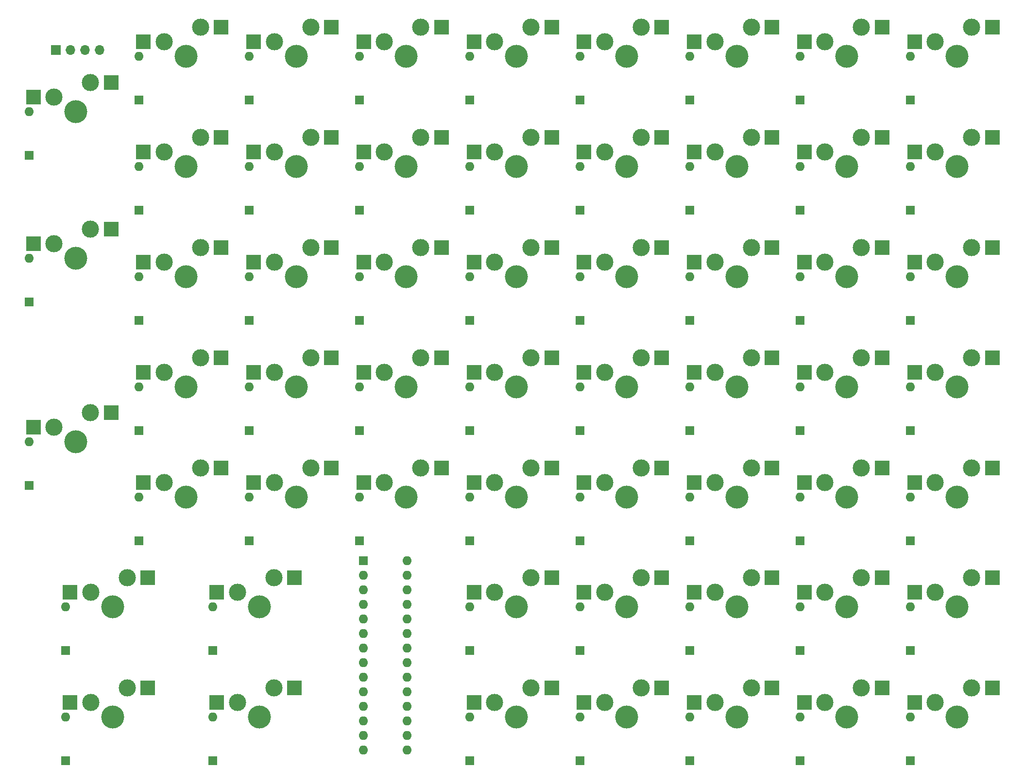
<source format=gbr>
%TF.GenerationSoftware,KiCad,Pcbnew,5.1.10-88a1d61d58~88~ubuntu20.04.1*%
%TF.CreationDate,2021-05-05T16:29:45+01:00*%
%TF.ProjectId,right_side,72696768-745f-4736-9964-652e6b696361,rev?*%
%TF.SameCoordinates,Original*%
%TF.FileFunction,Soldermask,Bot*%
%TF.FilePolarity,Negative*%
%FSLAX46Y46*%
G04 Gerber Fmt 4.6, Leading zero omitted, Abs format (unit mm)*
G04 Created by KiCad (PCBNEW 5.1.10-88a1d61d58~88~ubuntu20.04.1) date 2021-05-05 16:29:45*
%MOMM*%
%LPD*%
G01*
G04 APERTURE LIST*
%ADD10R,2.550000X2.500000*%
%ADD11C,3.000000*%
%ADD12C,4.000000*%
%ADD13O,1.600000X1.600000*%
%ADD14R,1.600000X1.600000*%
%ADD15O,1.700000X1.700000*%
%ADD16R,1.700000X1.700000*%
G04 APERTURE END LIST*
D10*
%TO.C,SW0x8*%
X21390000Y117740000D03*
X34940000Y120280000D03*
D11*
X24990000Y117740000D03*
X31340000Y120280000D03*
D12*
X28800000Y115200000D03*
%TD*%
D10*
%TO.C,SW6x12*%
X98190000Y2540000D03*
X111740000Y5080000D03*
D11*
X101790000Y2540000D03*
X108140000Y5080000D03*
D12*
X105600000Y0D03*
%TD*%
D13*
%TO.C,D0x7*%
X1440000Y105600000D03*
D14*
X1440000Y97980000D03*
%TD*%
D13*
%TO.C,D0x8*%
X20640000Y115200000D03*
D14*
X20640000Y107580000D03*
%TD*%
D13*
%TO.C,D0x9*%
X39840000Y115200000D03*
D14*
X39840000Y107580000D03*
%TD*%
D13*
%TO.C,D0x10*%
X59040000Y115200000D03*
D14*
X59040000Y107580000D03*
%TD*%
D13*
%TO.C,D0x11*%
X78240000Y115200000D03*
D14*
X78240000Y107580000D03*
%TD*%
D13*
%TO.C,D0x12*%
X97440000Y115200000D03*
D14*
X97440000Y107580000D03*
%TD*%
D13*
%TO.C,D0x13*%
X116640000Y115200000D03*
D14*
X116640000Y107580000D03*
%TD*%
D13*
%TO.C,D0x14*%
X135840000Y115200000D03*
D14*
X135840000Y107580000D03*
%TD*%
D13*
%TO.C,D0x15*%
X155040000Y115200000D03*
D14*
X155040000Y107580000D03*
%TD*%
D13*
%TO.C,D1x7*%
X1440000Y80000000D03*
D14*
X1440000Y72380000D03*
%TD*%
D13*
%TO.C,D1x8*%
X20640000Y96000000D03*
D14*
X20640000Y88380000D03*
%TD*%
D13*
%TO.C,D1x9*%
X39840000Y96000000D03*
D14*
X39840000Y88380000D03*
%TD*%
D13*
%TO.C,D1x10*%
X59040000Y96000000D03*
D14*
X59040000Y88380000D03*
%TD*%
D13*
%TO.C,D1x11*%
X78240000Y96000000D03*
D14*
X78240000Y88380000D03*
%TD*%
D13*
%TO.C,D1x12*%
X97440000Y96000000D03*
D14*
X97440000Y88380000D03*
%TD*%
D13*
%TO.C,D1x13*%
X116640000Y96000000D03*
D14*
X116640000Y88380000D03*
%TD*%
D13*
%TO.C,D1x14*%
X135840000Y96000000D03*
D14*
X135840000Y88380000D03*
%TD*%
D13*
%TO.C,D1x15*%
X155040000Y96000000D03*
D14*
X155040000Y88380000D03*
%TD*%
D13*
%TO.C,D2x7*%
X1440000Y48000000D03*
D14*
X1440000Y40380000D03*
%TD*%
D13*
%TO.C,D2x8*%
X20640000Y76800000D03*
D14*
X20640000Y69180000D03*
%TD*%
D13*
%TO.C,D2x9*%
X39840000Y76800000D03*
D14*
X39840000Y69180000D03*
%TD*%
D13*
%TO.C,D2x10*%
X59040000Y76800000D03*
D14*
X59040000Y69180000D03*
%TD*%
D13*
%TO.C,D2x11*%
X78240000Y76800000D03*
D14*
X78240000Y69180000D03*
%TD*%
D13*
%TO.C,D2x12*%
X97440000Y76800000D03*
D14*
X97440000Y69180000D03*
%TD*%
D13*
%TO.C,D2x13*%
X116640000Y76800000D03*
D14*
X116640000Y69180000D03*
%TD*%
D13*
%TO.C,D2x14*%
X135840000Y76800000D03*
D14*
X135840000Y69180000D03*
%TD*%
D13*
%TO.C,D2x15*%
X155040000Y76800000D03*
D14*
X155040000Y69180000D03*
%TD*%
D13*
%TO.C,D3x8*%
X20640000Y57600000D03*
D14*
X20640000Y49980000D03*
%TD*%
D13*
%TO.C,D3x9*%
X39840000Y57600000D03*
D14*
X39840000Y49980000D03*
%TD*%
D13*
%TO.C,D3x10*%
X59040000Y57600000D03*
D14*
X59040000Y49980000D03*
%TD*%
D13*
%TO.C,D3x11*%
X78240000Y57600000D03*
D14*
X78240000Y49980000D03*
%TD*%
D13*
%TO.C,D3x12*%
X97440000Y57600000D03*
D14*
X97440000Y49980000D03*
%TD*%
D13*
%TO.C,D3x13*%
X116640000Y57600000D03*
D14*
X116640000Y49980000D03*
%TD*%
D13*
%TO.C,D3x14*%
X135840000Y57600000D03*
D14*
X135840000Y49980000D03*
%TD*%
D13*
%TO.C,D3x15*%
X155040000Y57600000D03*
D14*
X155040000Y49980000D03*
%TD*%
D13*
%TO.C,D4x8*%
X20640000Y38400000D03*
D14*
X20640000Y30780000D03*
%TD*%
D13*
%TO.C,D4x9*%
X39840000Y38400000D03*
D14*
X39840000Y30780000D03*
%TD*%
D13*
%TO.C,D4x10*%
X59040000Y38400000D03*
D14*
X59040000Y30780000D03*
%TD*%
D13*
%TO.C,D4x11*%
X78240000Y38400000D03*
D14*
X78240000Y30780000D03*
%TD*%
D13*
%TO.C,D4x12*%
X97440000Y38400000D03*
D14*
X97440000Y30780000D03*
%TD*%
D13*
%TO.C,D4x13*%
X116640000Y38400000D03*
D14*
X116640000Y30780000D03*
%TD*%
D13*
%TO.C,D4x14*%
X135840000Y38400000D03*
D14*
X135840000Y30780000D03*
%TD*%
D13*
%TO.C,D4x15*%
X155040000Y38400000D03*
D14*
X155040000Y30780000D03*
%TD*%
D13*
%TO.C,D5x7*%
X7840000Y19200000D03*
D14*
X7840000Y11580000D03*
%TD*%
D13*
%TO.C,D5x9*%
X33440000Y19200000D03*
D14*
X33440000Y11580000D03*
%TD*%
D13*
%TO.C,D5x11*%
X78240000Y19200000D03*
D14*
X78240000Y11580000D03*
%TD*%
D13*
%TO.C,D5x12*%
X97440000Y19200000D03*
D14*
X97440000Y11580000D03*
%TD*%
D13*
%TO.C,D5x13*%
X116640000Y19200000D03*
D14*
X116640000Y11580000D03*
%TD*%
D13*
%TO.C,D5x14*%
X135840000Y19200000D03*
D14*
X135840000Y11580000D03*
%TD*%
D13*
%TO.C,D5x15*%
X155040000Y19200000D03*
D14*
X155040000Y11580000D03*
%TD*%
D13*
%TO.C,D6x7*%
X7840000Y0D03*
D14*
X7840000Y-7620000D03*
%TD*%
D13*
%TO.C,D6x9*%
X33440000Y0D03*
D14*
X33440000Y-7620000D03*
%TD*%
D13*
%TO.C,D6x11*%
X78240000Y0D03*
D14*
X78240000Y-7620000D03*
%TD*%
D13*
%TO.C,D6x12*%
X97440000Y0D03*
D14*
X97440000Y-7620000D03*
%TD*%
D13*
%TO.C,D6x13*%
X116640000Y0D03*
D14*
X116640000Y-7620000D03*
%TD*%
D13*
%TO.C,D6x14*%
X135840000Y0D03*
D14*
X135840000Y-7620000D03*
%TD*%
D13*
%TO.C,D6x15*%
X155040000Y0D03*
D14*
X155040000Y-7620000D03*
%TD*%
D15*
%TO.C,J1*%
X13716000Y116332000D03*
X11176000Y116332000D03*
X8636000Y116332000D03*
D16*
X6096000Y116332000D03*
%TD*%
D10*
%TO.C,SW0x7*%
X2190000Y108140000D03*
X15740000Y110680000D03*
D11*
X5790000Y108140000D03*
X12140000Y110680000D03*
D12*
X9600000Y105600000D03*
%TD*%
D10*
%TO.C,SW0x9*%
X40590000Y117740000D03*
X54140000Y120280000D03*
D11*
X44190000Y117740000D03*
X50540000Y120280000D03*
D12*
X48000000Y115200000D03*
%TD*%
D10*
%TO.C,SW0x10*%
X59790000Y117740000D03*
X73340000Y120280000D03*
D11*
X63390000Y117740000D03*
X69740000Y120280000D03*
D12*
X67200000Y115200000D03*
%TD*%
D10*
%TO.C,SW0x11*%
X78990000Y117740000D03*
X92540000Y120280000D03*
D11*
X82590000Y117740000D03*
X88940000Y120280000D03*
D12*
X86400000Y115200000D03*
%TD*%
D10*
%TO.C,SW0x12*%
X98190000Y117740000D03*
X111740000Y120280000D03*
D11*
X101790000Y117740000D03*
X108140000Y120280000D03*
D12*
X105600000Y115200000D03*
%TD*%
D10*
%TO.C,SW0x13*%
X117390000Y117740000D03*
X130940000Y120280000D03*
D11*
X120990000Y117740000D03*
X127340000Y120280000D03*
D12*
X124800000Y115200000D03*
%TD*%
D10*
%TO.C,SW0x14*%
X136590000Y117740000D03*
X150140000Y120280000D03*
D11*
X140190000Y117740000D03*
X146540000Y120280000D03*
D12*
X144000000Y115200000D03*
%TD*%
D10*
%TO.C,SW0x15*%
X155790000Y117740000D03*
X169340000Y120280000D03*
D11*
X159390000Y117740000D03*
X165740000Y120280000D03*
D12*
X163200000Y115200000D03*
%TD*%
D10*
%TO.C,SW1x7*%
X2190000Y82540000D03*
X15740000Y85080000D03*
D11*
X5790000Y82540000D03*
X12140000Y85080000D03*
D12*
X9600000Y80000000D03*
%TD*%
D10*
%TO.C,SW1x8*%
X21390000Y98540000D03*
X34940000Y101080000D03*
D11*
X24990000Y98540000D03*
X31340000Y101080000D03*
D12*
X28800000Y96000000D03*
%TD*%
D10*
%TO.C,SW1x9*%
X40590000Y98540000D03*
X54140000Y101080000D03*
D11*
X44190000Y98540000D03*
X50540000Y101080000D03*
D12*
X48000000Y96000000D03*
%TD*%
D10*
%TO.C,SW1x10*%
X59790000Y98540000D03*
X73340000Y101080000D03*
D11*
X63390000Y98540000D03*
X69740000Y101080000D03*
D12*
X67200000Y96000000D03*
%TD*%
D10*
%TO.C,SW1x11*%
X78990000Y98540000D03*
X92540000Y101080000D03*
D11*
X82590000Y98540000D03*
X88940000Y101080000D03*
D12*
X86400000Y96000000D03*
%TD*%
D10*
%TO.C,SW1x12*%
X98190000Y98540000D03*
X111740000Y101080000D03*
D11*
X101790000Y98540000D03*
X108140000Y101080000D03*
D12*
X105600000Y96000000D03*
%TD*%
D10*
%TO.C,SW1x13*%
X117390000Y98540000D03*
X130940000Y101080000D03*
D11*
X120990000Y98540000D03*
X127340000Y101080000D03*
D12*
X124800000Y96000000D03*
%TD*%
D10*
%TO.C,SW1x14*%
X136590000Y98540000D03*
X150140000Y101080000D03*
D11*
X140190000Y98540000D03*
X146540000Y101080000D03*
D12*
X144000000Y96000000D03*
%TD*%
D10*
%TO.C,SW1x15*%
X155790000Y98540000D03*
X169340000Y101080000D03*
D11*
X159390000Y98540000D03*
X165740000Y101080000D03*
D12*
X163200000Y96000000D03*
%TD*%
D10*
%TO.C,SW2x7*%
X2190000Y50540000D03*
X15740000Y53080000D03*
D11*
X5790000Y50540000D03*
X12140000Y53080000D03*
D12*
X9600000Y48000000D03*
%TD*%
D10*
%TO.C,SW2x8*%
X21390000Y79340000D03*
X34940000Y81880000D03*
D11*
X24990000Y79340000D03*
X31340000Y81880000D03*
D12*
X28800000Y76800000D03*
%TD*%
D10*
%TO.C,SW2x9*%
X40590000Y79340000D03*
X54140000Y81880000D03*
D11*
X44190000Y79340000D03*
X50540000Y81880000D03*
D12*
X48000000Y76800000D03*
%TD*%
D10*
%TO.C,SW2x10*%
X59790000Y79340000D03*
X73340000Y81880000D03*
D11*
X63390000Y79340000D03*
X69740000Y81880000D03*
D12*
X67200000Y76800000D03*
%TD*%
D10*
%TO.C,SW2x11*%
X78990000Y79340000D03*
X92540000Y81880000D03*
D11*
X82590000Y79340000D03*
X88940000Y81880000D03*
D12*
X86400000Y76800000D03*
%TD*%
D10*
%TO.C,SW2x12*%
X98190000Y79340000D03*
X111740000Y81880000D03*
D11*
X101790000Y79340000D03*
X108140000Y81880000D03*
D12*
X105600000Y76800000D03*
%TD*%
D10*
%TO.C,SW2x13*%
X117390000Y79340000D03*
X130940000Y81880000D03*
D11*
X120990000Y79340000D03*
X127340000Y81880000D03*
D12*
X124800000Y76800000D03*
%TD*%
D10*
%TO.C,SW2x14*%
X136590000Y79340000D03*
X150140000Y81880000D03*
D11*
X140190000Y79340000D03*
X146540000Y81880000D03*
D12*
X144000000Y76800000D03*
%TD*%
D10*
%TO.C,SW2x15*%
X155790000Y79340000D03*
X169340000Y81880000D03*
D11*
X159390000Y79340000D03*
X165740000Y81880000D03*
D12*
X163200000Y76800000D03*
%TD*%
D10*
%TO.C,SW3x8*%
X21390000Y60140000D03*
X34940000Y62680000D03*
D11*
X24990000Y60140000D03*
X31340000Y62680000D03*
D12*
X28800000Y57600000D03*
%TD*%
D10*
%TO.C,SW3x9*%
X40590000Y60140000D03*
X54140000Y62680000D03*
D11*
X44190000Y60140000D03*
X50540000Y62680000D03*
D12*
X48000000Y57600000D03*
%TD*%
D10*
%TO.C,SW3x10*%
X59790000Y60140000D03*
X73340000Y62680000D03*
D11*
X63390000Y60140000D03*
X69740000Y62680000D03*
D12*
X67200000Y57600000D03*
%TD*%
D10*
%TO.C,SW3x11*%
X78990000Y60140000D03*
X92540000Y62680000D03*
D11*
X82590000Y60140000D03*
X88940000Y62680000D03*
D12*
X86400000Y57600000D03*
%TD*%
D10*
%TO.C,SW3x12*%
X98190000Y60140000D03*
X111740000Y62680000D03*
D11*
X101790000Y60140000D03*
X108140000Y62680000D03*
D12*
X105600000Y57600000D03*
%TD*%
D10*
%TO.C,SW3x13*%
X117390000Y60140000D03*
X130940000Y62680000D03*
D11*
X120990000Y60140000D03*
X127340000Y62680000D03*
D12*
X124800000Y57600000D03*
%TD*%
D10*
%TO.C,SW3x14*%
X136590000Y60140000D03*
X150140000Y62680000D03*
D11*
X140190000Y60140000D03*
X146540000Y62680000D03*
D12*
X144000000Y57600000D03*
%TD*%
D10*
%TO.C,SW3x15*%
X155790000Y60140000D03*
X169340000Y62680000D03*
D11*
X159390000Y60140000D03*
X165740000Y62680000D03*
D12*
X163200000Y57600000D03*
%TD*%
D10*
%TO.C,SW4x8*%
X21390000Y40940000D03*
X34940000Y43480000D03*
D11*
X24990000Y40940000D03*
X31340000Y43480000D03*
D12*
X28800000Y38400000D03*
%TD*%
D10*
%TO.C,SW4x9*%
X40590000Y40940000D03*
X54140000Y43480000D03*
D11*
X44190000Y40940000D03*
X50540000Y43480000D03*
D12*
X48000000Y38400000D03*
%TD*%
D10*
%TO.C,SW4x10*%
X59790000Y40940000D03*
X73340000Y43480000D03*
D11*
X63390000Y40940000D03*
X69740000Y43480000D03*
D12*
X67200000Y38400000D03*
%TD*%
D10*
%TO.C,SW4x11*%
X78990000Y40940000D03*
X92540000Y43480000D03*
D11*
X82590000Y40940000D03*
X88940000Y43480000D03*
D12*
X86400000Y38400000D03*
%TD*%
D10*
%TO.C,SW4x12*%
X98190000Y40940000D03*
X111740000Y43480000D03*
D11*
X101790000Y40940000D03*
X108140000Y43480000D03*
D12*
X105600000Y38400000D03*
%TD*%
D10*
%TO.C,SW4x13*%
X117390000Y40940000D03*
X130940000Y43480000D03*
D11*
X120990000Y40940000D03*
X127340000Y43480000D03*
D12*
X124800000Y38400000D03*
%TD*%
D10*
%TO.C,SW4x14*%
X136590000Y40940000D03*
X150140000Y43480000D03*
D11*
X140190000Y40940000D03*
X146540000Y43480000D03*
D12*
X144000000Y38400000D03*
%TD*%
D10*
%TO.C,SW4x15*%
X155790000Y40940000D03*
X169340000Y43480000D03*
D11*
X159390000Y40940000D03*
X165740000Y43480000D03*
D12*
X163200000Y38400000D03*
%TD*%
D10*
%TO.C,SW5x7*%
X8590000Y21740000D03*
X22140000Y24280000D03*
D11*
X12190000Y21740000D03*
X18540000Y24280000D03*
D12*
X16000000Y19200000D03*
%TD*%
D10*
%TO.C,SW5x9*%
X34190000Y21740000D03*
X47740000Y24280000D03*
D11*
X37790000Y21740000D03*
X44140000Y24280000D03*
D12*
X41600000Y19200000D03*
%TD*%
D10*
%TO.C,SW5x11*%
X78990000Y21740000D03*
X92540000Y24280000D03*
D11*
X82590000Y21740000D03*
X88940000Y24280000D03*
D12*
X86400000Y19200000D03*
%TD*%
D10*
%TO.C,SW5x12*%
X98190000Y21740000D03*
X111740000Y24280000D03*
D11*
X101790000Y21740000D03*
X108140000Y24280000D03*
D12*
X105600000Y19200000D03*
%TD*%
D10*
%TO.C,SW5x13*%
X117390000Y21740000D03*
X130940000Y24280000D03*
D11*
X120990000Y21740000D03*
X127340000Y24280000D03*
D12*
X124800000Y19200000D03*
%TD*%
D10*
%TO.C,SW5x14*%
X136590000Y21740000D03*
X150140000Y24280000D03*
D11*
X140190000Y21740000D03*
X146540000Y24280000D03*
D12*
X144000000Y19200000D03*
%TD*%
D10*
%TO.C,SW5x15*%
X155790000Y21740000D03*
X169340000Y24280000D03*
D11*
X159390000Y21740000D03*
X165740000Y24280000D03*
D12*
X163200000Y19200000D03*
%TD*%
D10*
%TO.C,SW6x7*%
X8590000Y2540000D03*
X22140000Y5080000D03*
D11*
X12190000Y2540000D03*
X18540000Y5080000D03*
D12*
X16000000Y0D03*
%TD*%
D10*
%TO.C,SW6x9*%
X34190000Y2540000D03*
X47740000Y5080000D03*
D11*
X37790000Y2540000D03*
X44140000Y5080000D03*
D12*
X41600000Y0D03*
%TD*%
D10*
%TO.C,SW6x11*%
X78990000Y2540000D03*
X92540000Y5080000D03*
D11*
X82590000Y2540000D03*
X88940000Y5080000D03*
D12*
X86400000Y0D03*
%TD*%
D10*
%TO.C,SW6x13*%
X117390000Y2540000D03*
X130940000Y5080000D03*
D11*
X120990000Y2540000D03*
X127340000Y5080000D03*
D12*
X124800000Y0D03*
%TD*%
D10*
%TO.C,SW6x14*%
X136590000Y2540000D03*
X150140000Y5080000D03*
D11*
X140190000Y2540000D03*
X146540000Y5080000D03*
D12*
X144000000Y0D03*
%TD*%
D10*
%TO.C,SW6x15*%
X155790000Y2540000D03*
X169340000Y5080000D03*
D11*
X159390000Y2540000D03*
X165740000Y5080000D03*
D12*
X163200000Y0D03*
%TD*%
D13*
%TO.C,U1*%
X67310000Y27305000D03*
X59690000Y-5715000D03*
X67310000Y24765000D03*
X59690000Y-3175000D03*
X67310000Y22225000D03*
X59690000Y-635000D03*
X67310000Y19685000D03*
X59690000Y1905000D03*
X67310000Y17145000D03*
X59690000Y4445000D03*
X67310000Y14605000D03*
X59690000Y6985000D03*
X67310000Y12065000D03*
X59690000Y9525000D03*
X67310000Y9525000D03*
X59690000Y12065000D03*
X67310000Y6985000D03*
X59690000Y14605000D03*
X67310000Y4445000D03*
X59690000Y17145000D03*
X67310000Y1905000D03*
X59690000Y19685000D03*
X67310000Y-635000D03*
X59690000Y22225000D03*
X67310000Y-3175000D03*
X59690000Y24765000D03*
X67310000Y-5715000D03*
D14*
X59690000Y27305000D03*
%TD*%
M02*

</source>
